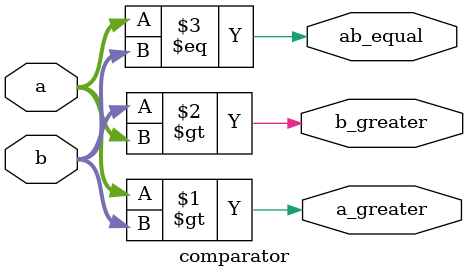
<source format=v>
module comparator(
    input [3:0] a,
    input [3:0] b,
    output a_greater,
    output b_greater,
    output ab_equal
);

assign a_greater = (a > b);
assign b_greater = (b > a);
assign ab_equal = (a == b);

endmodule

</source>
